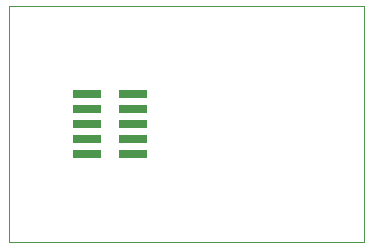
<source format=gbr>
%TF.GenerationSoftware,KiCad,Pcbnew,8.0.2*%
%TF.CreationDate,2025-01-22T12:11:11+05:30*%
%TF.ProjectId,pogo_adapter,706f676f-5f61-4646-9170-7465722e6b69,rev?*%
%TF.SameCoordinates,Original*%
%TF.FileFunction,Paste,Top*%
%TF.FilePolarity,Positive*%
%FSLAX46Y46*%
G04 Gerber Fmt 4.6, Leading zero omitted, Abs format (unit mm)*
G04 Created by KiCad (PCBNEW 8.0.2) date 2025-01-22 12:11:11*
%MOMM*%
%LPD*%
G01*
G04 APERTURE LIST*
%ADD10R,2.400000X0.740000*%
%TA.AperFunction,Profile*%
%ADD11C,0.050000*%
%TD*%
G04 APERTURE END LIST*
D10*
%TO.C,J1*%
X90450000Y-82540000D03*
X86550000Y-82540000D03*
X90450000Y-81270000D03*
X86550000Y-81270000D03*
X90450000Y-80000000D03*
X86550000Y-80000000D03*
X90450000Y-78730000D03*
X86550000Y-78730000D03*
X90450000Y-77460000D03*
X86550000Y-77460000D03*
%TD*%
D11*
X80000000Y-70000000D02*
X110000000Y-70000000D01*
X80000000Y-90000000D02*
X80000000Y-70000000D01*
X110000000Y-90000000D02*
X80000000Y-90000000D01*
X110000000Y-70000000D02*
X110000000Y-90000000D01*
M02*

</source>
